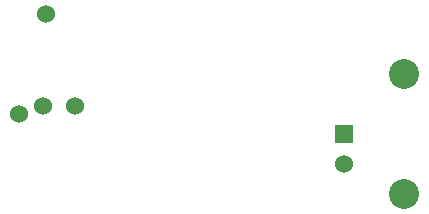
<source format=gbr>
G04 start of page 4 for group 5 idx 5 *
G04 Title: (unknown), bottom *
G04 Creator: pcb 1.99z *
G04 CreationDate: Tue 21 Jul 2015 09:42:00 PM GMT UTC *
G04 For: david *
G04 Format: Gerber/RS-274X *
G04 PCB-Dimensions (mil): 3600.00 1200.00 *
G04 PCB-Coordinate-Origin: lower left *
%MOIN*%
%FSLAX25Y25*%
%LNBOTTOM*%
%ADD34C,0.0810*%
%ADD33C,0.0350*%
%ADD32C,0.0300*%
%ADD31C,0.1000*%
%ADD30C,0.0600*%
%ADD29C,0.0001*%
G54D29*G36*
X305071Y71819D02*Y65819D01*
X311071D01*
Y71819D01*
X305071D01*
G37*
G54D30*X308071Y58819D03*
G54D31*X328071Y48819D03*
Y88819D03*
G54D30*X199803Y75315D03*
X208661Y108779D03*
X207677Y78267D03*
X218504D03*
G54D32*G54D33*G54D34*M02*

</source>
